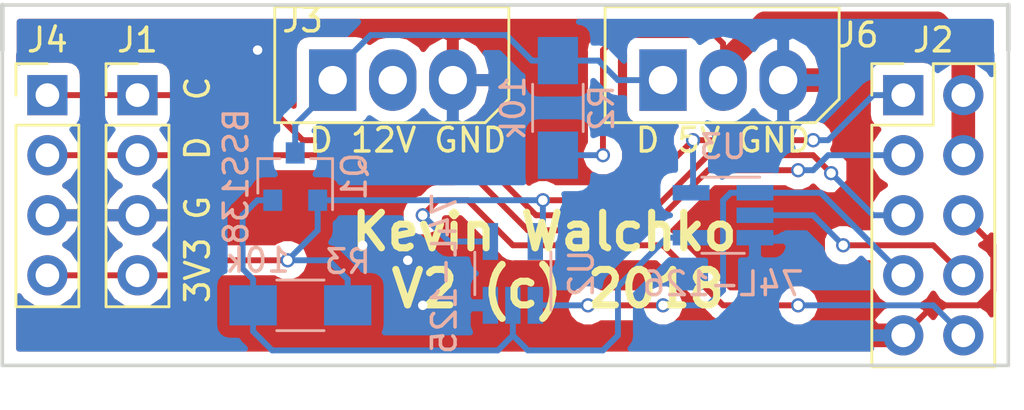
<source format=kicad_pcb>
(kicad_pcb (version 20171130) (host pcbnew "(5.0.1)-4")

  (general
    (thickness 1.6)
    (drawings 10)
    (tracks 138)
    (zones 0)
    (modules 10)
    (nets 11)
  )

  (page USLetter)
  (layers
    (0 F.Cu signal)
    (31 B.Cu signal)
    (32 B.Adhes user)
    (33 F.Adhes user)
    (34 B.Paste user)
    (35 F.Paste user)
    (36 B.SilkS user)
    (37 F.SilkS user)
    (38 B.Mask user)
    (39 F.Mask user)
    (40 Dwgs.User user)
    (41 Cmts.User user)
    (42 Eco1.User user)
    (43 Eco2.User user)
    (44 Edge.Cuts user)
    (45 Margin user)
    (46 B.CrtYd user)
    (47 F.CrtYd user)
    (48 B.Fab user)
    (49 F.Fab user)
  )

  (setup
    (last_trace_width 0.25)
    (user_trace_width 1)
    (user_trace_width 1.6)
    (trace_clearance 0.2)
    (zone_clearance 0.508)
    (zone_45_only no)
    (trace_min 0.2)
    (segment_width 0.2)
    (edge_width 0.15)
    (via_size 0.6)
    (via_drill 0.4)
    (via_min_size 0.4)
    (via_min_drill 0.3)
    (uvia_size 0.3)
    (uvia_drill 0.1)
    (uvias_allowed no)
    (uvia_min_size 0.2)
    (uvia_min_drill 0.1)
    (pcb_text_width 0.3)
    (pcb_text_size 1.5 1.5)
    (mod_edge_width 0.15)
    (mod_text_size 1 1)
    (mod_text_width 0.15)
    (pad_size 1.524 1.524)
    (pad_drill 0.762)
    (pad_to_mask_clearance 0.2)
    (solder_mask_min_width 0.25)
    (aux_axis_origin 0 0)
    (visible_elements 7FFFFFFF)
    (pcbplotparams
      (layerselection 0x010f0_ffffffff)
      (usegerberextensions false)
      (usegerberattributes false)
      (usegerberadvancedattributes false)
      (creategerberjobfile false)
      (excludeedgelayer true)
      (linewidth 0.100000)
      (plotframeref false)
      (viasonmask false)
      (mode 1)
      (useauxorigin false)
      (hpglpennumber 1)
      (hpglpenspeed 20)
      (hpglpendiameter 15.000000)
      (psnegative false)
      (psa4output false)
      (plotreference true)
      (plotvalue true)
      (plotinvisibletext false)
      (padsonsilk false)
      (subtractmaskfromsilk false)
      (outputformat 1)
      (mirror false)
      (drillshape 0)
      (scaleselection 1)
      (outputdirectory "gerber/"))
  )

  (net 0 "")
  (net 1 GND)
  (net 2 +5V)
  (net 3 +3V3)
  (net 4 RXI)
  (net 5 TXO)
  (net 6 DATA)
  (net 7 DTR)
  (net 8 "Net-(Q1-Pad2)")
  (net 9 SDA)
  (net 10 SCL)

  (net_class Default "This is the default net class."
    (clearance 0.2)
    (trace_width 0.25)
    (via_dia 0.6)
    (via_drill 0.4)
    (uvia_dia 0.3)
    (uvia_drill 0.1)
    (add_net +3V3)
    (add_net +5V)
    (add_net DATA)
    (add_net DTR)
    (add_net GND)
    (add_net "Net-(Q1-Pad2)")
    (add_net RXI)
    (add_net SCL)
    (add_net SDA)
    (add_net TXO)
  )

  (net_class large ""
    (clearance 0.2)
    (trace_width 0.6)
    (via_dia 0.6)
    (via_drill 0.4)
    (uvia_dia 0.3)
    (uvia_drill 0.1)
  )

  (module Connectors_Molex:Molex_SPOX-5267_22-03-5035_03x2.54mm_Straight (layer F.Cu) (tedit 5B899E3F) (tstamp 5B858B72)
    (at 160.02 59.055)
    (descr "Connector Headers with Friction Lock, 22-03-5035, http://www.molex.com/pdm_docs/ps/PS-5264-001-001.pdf")
    (tags "connector molex SPOX 5267 22-03-5035")
    (path /5B844EA8)
    (fp_text reference J6 (at 8.255 -1.905) (layer F.SilkS)
      (effects (font (size 1 1) (thickness 0.15)))
    )
    (fp_text value 5V/Data (at 2.54 3.175) (layer F.Fab)
      (effects (font (size 1 1) (thickness 0.15)))
    )
    (fp_line (start 6.45 1.8) (end 7.45 0.8) (layer F.SilkS) (width 0.12))
    (fp_line (start -2.45 -3.1) (end -2.45 1.8) (layer F.SilkS) (width 0.12))
    (fp_line (start -2.45 1.8) (end 6.45 1.8) (layer F.SilkS) (width 0.12))
    (fp_line (start 7.45 0.8) (end 7.45 -3.1) (layer F.SilkS) (width 0.12))
    (fp_line (start 7.45 -3.1) (end -2.45 -3.1) (layer F.SilkS) (width 0.12))
    (fp_line (start -2.5 1.85) (end -2.5 -3.15) (layer F.CrtYd) (width 0.05))
    (fp_line (start -2.5 -3.15) (end 7.5 -3.15) (layer F.CrtYd) (width 0.05))
    (fp_line (start 7.5 -3.15) (end 7.5 1.85) (layer F.CrtYd) (width 0.05))
    (fp_line (start 7.5 1.85) (end -2.5 1.85) (layer F.CrtYd) (width 0.05))
    (fp_line (start 7.35 -3) (end -2.35 -3) (layer F.Fab) (width 0.1))
    (fp_line (start 7.35 0.7) (end 7.35 -3) (layer F.Fab) (width 0.1))
    (fp_line (start 6.35 1.7) (end 7.35 0.7) (layer F.Fab) (width 0.1))
    (fp_line (start -2.35 1.7) (end 6.35 1.7) (layer F.Fab) (width 0.1))
    (fp_line (start -2.35 -3) (end -2.35 1.7) (layer F.Fab) (width 0.1))
    (pad 1 thru_hole rect (at 0 0) (size 2 2.6) (drill 1.2) (layers *.Cu *.Mask)
      (net 6 DATA))
    (pad 2 thru_hole oval (at 2.54 0) (size 2 2.6) (drill 1.2) (layers *.Cu *.Mask)
      (net 2 +5V))
    (pad 3 thru_hole oval (at 5.08 0) (size 2 2.6) (drill 1.2) (layers *.Cu *.Mask)
      (net 1 GND))
    (model ${KISYS3DMOD}/Connectors_Molex.3dshapes/Molex_SPOX-5267_22-03-5035_03x2.54mm_Straight.wrl
      (offset (xyz 2.539999961853027 0.5999987909889222 2.899994156446457))
      (scale (xyz 1 1 1))
      (rotate (xyz -90 0 180))
    )
  )

  (module Pin_Headers:Pin_Header_Straight_2x05_Pitch2.54mm (layer F.Cu) (tedit 59650532) (tstamp 5BFA99F2)
    (at 170.18 59.69)
    (descr "Through hole straight pin header, 2x05, 2.54mm pitch, double rows")
    (tags "Through hole pin header THT 2x05 2.54mm double row")
    (path /5BFB75E1)
    (fp_text reference J2 (at 1.27 -2.33) (layer F.SilkS)
      (effects (font (size 1 1) (thickness 0.15)))
    )
    (fp_text value "Pi Header" (at 1.27 12.49) (layer F.Fab)
      (effects (font (size 1 1) (thickness 0.15)))
    )
    (fp_text user %R (at 1.27 5.08 90) (layer F.Fab)
      (effects (font (size 1 1) (thickness 0.15)))
    )
    (fp_line (start 4.35 -1.8) (end -1.8 -1.8) (layer F.CrtYd) (width 0.05))
    (fp_line (start 4.35 11.95) (end 4.35 -1.8) (layer F.CrtYd) (width 0.05))
    (fp_line (start -1.8 11.95) (end 4.35 11.95) (layer F.CrtYd) (width 0.05))
    (fp_line (start -1.8 -1.8) (end -1.8 11.95) (layer F.CrtYd) (width 0.05))
    (fp_line (start -1.33 -1.33) (end 0 -1.33) (layer F.SilkS) (width 0.12))
    (fp_line (start -1.33 0) (end -1.33 -1.33) (layer F.SilkS) (width 0.12))
    (fp_line (start 1.27 -1.33) (end 3.87 -1.33) (layer F.SilkS) (width 0.12))
    (fp_line (start 1.27 1.27) (end 1.27 -1.33) (layer F.SilkS) (width 0.12))
    (fp_line (start -1.33 1.27) (end 1.27 1.27) (layer F.SilkS) (width 0.12))
    (fp_line (start 3.87 -1.33) (end 3.87 11.49) (layer F.SilkS) (width 0.12))
    (fp_line (start -1.33 1.27) (end -1.33 11.49) (layer F.SilkS) (width 0.12))
    (fp_line (start -1.33 11.49) (end 3.87 11.49) (layer F.SilkS) (width 0.12))
    (fp_line (start -1.27 0) (end 0 -1.27) (layer F.Fab) (width 0.1))
    (fp_line (start -1.27 11.43) (end -1.27 0) (layer F.Fab) (width 0.1))
    (fp_line (start 3.81 11.43) (end -1.27 11.43) (layer F.Fab) (width 0.1))
    (fp_line (start 3.81 -1.27) (end 3.81 11.43) (layer F.Fab) (width 0.1))
    (fp_line (start 0 -1.27) (end 3.81 -1.27) (layer F.Fab) (width 0.1))
    (pad 10 thru_hole oval (at 2.54 10.16) (size 1.7 1.7) (drill 1) (layers *.Cu *.Mask)
      (net 4 RXI))
    (pad 9 thru_hole oval (at 0 10.16) (size 1.7 1.7) (drill 1) (layers *.Cu *.Mask)
      (net 1 GND))
    (pad 8 thru_hole oval (at 2.54 7.62) (size 1.7 1.7) (drill 1) (layers *.Cu *.Mask)
      (net 5 TXO))
    (pad 7 thru_hole oval (at 0 7.62) (size 1.7 1.7) (drill 1) (layers *.Cu *.Mask)
      (net 7 DTR))
    (pad 6 thru_hole oval (at 2.54 5.08) (size 1.7 1.7) (drill 1) (layers *.Cu *.Mask)
      (net 1 GND))
    (pad 5 thru_hole oval (at 0 5.08) (size 1.7 1.7) (drill 1) (layers *.Cu *.Mask)
      (net 10 SCL))
    (pad 4 thru_hole oval (at 2.54 2.54) (size 1.7 1.7) (drill 1) (layers *.Cu *.Mask)
      (net 2 +5V))
    (pad 3 thru_hole oval (at 0 2.54) (size 1.7 1.7) (drill 1) (layers *.Cu *.Mask)
      (net 9 SDA))
    (pad 2 thru_hole oval (at 2.54 0) (size 1.7 1.7) (drill 1) (layers *.Cu *.Mask)
      (net 2 +5V))
    (pad 1 thru_hole rect (at 0 0) (size 1.7 1.7) (drill 1) (layers *.Cu *.Mask)
      (net 3 +3V3))
    (model ${KISYS3DMOD}/Pin_Headers.3dshapes/Pin_Header_Straight_2x05_Pitch2.54mm.wrl
      (at (xyz 0 0 0))
      (scale (xyz 1 1 1))
      (rotate (xyz 0 0 0))
    )
  )

  (module Resistors_SMD:R_1206_HandSoldering placed (layer B.Cu) (tedit 5AAD459E) (tstamp 5A83C863)
    (at 155.575 60.23 90)
    (descr "Resistor SMD 1206, hand soldering")
    (tags "resistor 1206")
    (path /5AA2CFFB)
    (attr smd)
    (fp_text reference R2 (at 0 1.85 90) (layer B.SilkS)
      (effects (font (size 1 1) (thickness 0.15)) (justify mirror))
    )
    (fp_text value 10k (at 0 -1.9 90) (layer B.SilkS)
      (effects (font (size 1 1) (thickness 0.15)) (justify mirror))
    )
    (fp_text user %R (at 0 0 90) (layer B.Fab)
      (effects (font (size 0.7 0.7) (thickness 0.105)) (justify mirror))
    )
    (fp_line (start -1.6 -0.8) (end -1.6 0.8) (layer B.Fab) (width 0.1))
    (fp_line (start 1.6 -0.8) (end -1.6 -0.8) (layer B.Fab) (width 0.1))
    (fp_line (start 1.6 0.8) (end 1.6 -0.8) (layer B.Fab) (width 0.1))
    (fp_line (start -1.6 0.8) (end 1.6 0.8) (layer B.Fab) (width 0.1))
    (fp_line (start 1 -1.07) (end -1 -1.07) (layer B.SilkS) (width 0.12))
    (fp_line (start -1 1.07) (end 1 1.07) (layer B.SilkS) (width 0.12))
    (fp_line (start -3.25 1.11) (end 3.25 1.11) (layer B.CrtYd) (width 0.05))
    (fp_line (start -3.25 1.11) (end -3.25 -1.1) (layer B.CrtYd) (width 0.05))
    (fp_line (start 3.25 -1.1) (end 3.25 1.11) (layer B.CrtYd) (width 0.05))
    (fp_line (start 3.25 -1.1) (end -3.25 -1.1) (layer B.CrtYd) (width 0.05))
    (pad 1 smd rect (at -2 0 90) (size 2 1.7) (layers B.Cu B.Paste B.Mask)
      (net 2 +5V))
    (pad 2 smd rect (at 2 0 90) (size 2 1.7) (layers B.Cu B.Paste B.Mask)
      (net 6 DATA))
    (model ${KISYS3DMOD}/Resistors_SMD.3dshapes/R_1206.wrl
      (at (xyz 0 0 0))
      (scale (xyz 1 1 1))
      (rotate (xyz 0 0 0))
    )
  )

  (module Resistors_SMD:R_1206_HandSoldering placed (layer B.Cu) (tedit 5AAD45AA) (tstamp 5C00265E)
    (at 144.685 68.58 180)
    (descr "Resistor SMD 1206, hand soldering")
    (tags "resistor 1206")
    (path /5AA2CFAD)
    (attr smd)
    (fp_text reference R3 (at -2 1.85 180) (layer B.SilkS)
      (effects (font (size 1 1) (thickness 0.15)) (justify mirror))
    )
    (fp_text value 10k (at 1.81 1.905 180) (layer B.SilkS)
      (effects (font (size 1 1) (thickness 0.15)) (justify mirror))
    )
    (fp_text user %R (at 0 0 180) (layer B.Fab)
      (effects (font (size 0.7 0.7) (thickness 0.105)) (justify mirror))
    )
    (fp_line (start -1.6 -0.8) (end -1.6 0.8) (layer B.Fab) (width 0.1))
    (fp_line (start 1.6 -0.8) (end -1.6 -0.8) (layer B.Fab) (width 0.1))
    (fp_line (start 1.6 0.8) (end 1.6 -0.8) (layer B.Fab) (width 0.1))
    (fp_line (start -1.6 0.8) (end 1.6 0.8) (layer B.Fab) (width 0.1))
    (fp_line (start 1 -1.07) (end -1 -1.07) (layer B.SilkS) (width 0.12))
    (fp_line (start -1 1.07) (end 1 1.07) (layer B.SilkS) (width 0.12))
    (fp_line (start -3.25 1.11) (end 3.25 1.11) (layer B.CrtYd) (width 0.05))
    (fp_line (start -3.25 1.11) (end -3.25 -1.1) (layer B.CrtYd) (width 0.05))
    (fp_line (start 3.25 -1.1) (end 3.25 1.11) (layer B.CrtYd) (width 0.05))
    (fp_line (start 3.25 -1.1) (end -3.25 -1.1) (layer B.CrtYd) (width 0.05))
    (pad 1 smd rect (at -2 0 180) (size 2 1.7) (layers B.Cu B.Paste B.Mask)
      (net 3 +3V3))
    (pad 2 smd rect (at 2 0 180) (size 2 1.7) (layers B.Cu B.Paste B.Mask)
      (net 8 "Net-(Q1-Pad2)"))
    (model ${KISYS3DMOD}/Resistors_SMD.3dshapes/R_1206.wrl
      (at (xyz 0 0 0))
      (scale (xyz 1 1 1))
      (rotate (xyz 0 0 0))
    )
  )

  (module TO_SOT_Packages_SMD:SOT-23 (layer B.Cu) (tedit 5AAD4784) (tstamp 5AA2DD10)
    (at 144.465 63.135 90)
    (descr "SOT-23, Standard")
    (tags SOT-23)
    (path /5AAD3B03)
    (attr smd)
    (fp_text reference Q1 (at 0 2.5 90) (layer B.SilkS)
      (effects (font (size 1 1) (thickness 0.15)) (justify mirror))
    )
    (fp_text value BSS138 (at 0 -2.5 90) (layer B.SilkS)
      (effects (font (size 1 1) (thickness 0.15)) (justify mirror))
    )
    (fp_text user %R (at 0 0) (layer B.Fab)
      (effects (font (size 0.5 0.5) (thickness 0.075)) (justify mirror))
    )
    (fp_line (start -0.7 0.95) (end -0.7 -1.5) (layer B.Fab) (width 0.1))
    (fp_line (start -0.15 1.52) (end 0.7 1.52) (layer B.Fab) (width 0.1))
    (fp_line (start -0.7 0.95) (end -0.15 1.52) (layer B.Fab) (width 0.1))
    (fp_line (start 0.7 1.52) (end 0.7 -1.52) (layer B.Fab) (width 0.1))
    (fp_line (start -0.7 -1.52) (end 0.7 -1.52) (layer B.Fab) (width 0.1))
    (fp_line (start 0.76 -1.58) (end 0.76 -0.65) (layer B.SilkS) (width 0.12))
    (fp_line (start 0.76 1.58) (end 0.76 0.65) (layer B.SilkS) (width 0.12))
    (fp_line (start -1.7 1.75) (end 1.7 1.75) (layer B.CrtYd) (width 0.05))
    (fp_line (start 1.7 1.75) (end 1.7 -1.75) (layer B.CrtYd) (width 0.05))
    (fp_line (start 1.7 -1.75) (end -1.7 -1.75) (layer B.CrtYd) (width 0.05))
    (fp_line (start -1.7 -1.75) (end -1.7 1.75) (layer B.CrtYd) (width 0.05))
    (fp_line (start 0.76 1.58) (end -1.4 1.58) (layer B.SilkS) (width 0.12))
    (fp_line (start 0.76 -1.58) (end -0.7 -1.58) (layer B.SilkS) (width 0.12))
    (pad 1 smd rect (at -1 0.95 90) (size 0.9 0.8) (layers B.Cu B.Paste B.Mask)
      (net 3 +3V3))
    (pad 2 smd rect (at -1 -0.95 90) (size 0.9 0.8) (layers B.Cu B.Paste B.Mask)
      (net 8 "Net-(Q1-Pad2)"))
    (pad 3 smd rect (at 1 0 90) (size 0.9 0.8) (layers B.Cu B.Paste B.Mask)
      (net 6 DATA))
    (model ${KISYS3DMOD}/TO_SOT_Packages_SMD.3dshapes/SOT-23.wrl
      (at (xyz 0 0 0))
      (scale (xyz 1 1 1))
      (rotate (xyz 0 0 0))
    )
  )

  (module TO_SOT_Packages_SMD:SOT-23-5_HandSoldering (layer B.Cu) (tedit 5BFD96F3) (tstamp 5AA2E1E8)
    (at 153.67 67.23 90)
    (descr "5-pin SOT23 package")
    (tags "SOT-23-5 hand-soldering")
    (path /5AA2CD3D)
    (attr smd)
    (fp_text reference U2 (at 0 2.9 90) (layer B.SilkS)
      (effects (font (size 1 1) (thickness 0.15)) (justify mirror))
    )
    (fp_text value 74L-125 (at 0 -2.9 90) (layer B.SilkS)
      (effects (font (size 1 1) (thickness 0.15)) (justify mirror))
    )
    (fp_text user %R (at 0 0) (layer B.Fab)
      (effects (font (size 0.5 0.5) (thickness 0.075)) (justify mirror))
    )
    (fp_line (start -0.9 -1.61) (end 0.9 -1.61) (layer B.SilkS) (width 0.12))
    (fp_line (start 0.9 1.61) (end -1.55 1.61) (layer B.SilkS) (width 0.12))
    (fp_line (start -0.9 0.9) (end -0.25 1.55) (layer B.Fab) (width 0.1))
    (fp_line (start 0.9 1.55) (end -0.25 1.55) (layer B.Fab) (width 0.1))
    (fp_line (start -0.9 0.9) (end -0.9 -1.55) (layer B.Fab) (width 0.1))
    (fp_line (start 0.9 -1.55) (end -0.9 -1.55) (layer B.Fab) (width 0.1))
    (fp_line (start 0.9 1.55) (end 0.9 -1.55) (layer B.Fab) (width 0.1))
    (fp_line (start -2.38 1.8) (end 2.38 1.8) (layer B.CrtYd) (width 0.05))
    (fp_line (start -2.38 1.8) (end -2.38 -1.8) (layer B.CrtYd) (width 0.05))
    (fp_line (start 2.38 -1.8) (end 2.38 1.8) (layer B.CrtYd) (width 0.05))
    (fp_line (start 2.38 -1.8) (end -2.38 -1.8) (layer B.CrtYd) (width 0.05))
    (pad 1 smd rect (at -1.35 0.95 90) (size 1.56 0.65) (layers B.Cu B.Paste B.Mask)
      (net 7 DTR))
    (pad 2 smd rect (at -1.35 0 90) (size 1.56 0.65) (layers B.Cu B.Paste B.Mask)
      (net 8 "Net-(Q1-Pad2)"))
    (pad 3 smd rect (at -1.35 -0.95 90) (size 1.56 0.65) (layers B.Cu B.Paste B.Mask)
      (net 1 GND))
    (pad 4 smd rect (at 1.35 -0.95 90) (size 1.56 0.65) (layers B.Cu B.Paste B.Mask)
      (net 4 RXI))
    (pad 5 smd rect (at 1.35 0.95 90) (size 1.56 0.65) (layers B.Cu B.Paste B.Mask)
      (net 3 +3V3))
    (model ${KISYS3DMOD}/TO_SOT_Packages_SMD.3dshapes\SOT-23-5.wrl
      (at (xyz 0 0 0))
      (scale (xyz 1 1 1))
      (rotate (xyz 0 0 0))
    )
  )

  (module TO_SOT_Packages_SMD:SOT-23-5_HandSoldering (layer B.Cu) (tedit 5BFD96E8) (tstamp 5AA2E1F8)
    (at 162.56 64.77 180)
    (descr "5-pin SOT23 package")
    (tags "SOT-23-5 hand-soldering")
    (path /5AA2CDC6)
    (attr smd)
    (fp_text reference U3 (at 0 2.9 180) (layer B.SilkS)
      (effects (font (size 1 1) (thickness 0.15)) (justify mirror))
    )
    (fp_text value 74L-126 (at 0 -2.9 180) (layer B.SilkS)
      (effects (font (size 1 1) (thickness 0.15)) (justify mirror))
    )
    (fp_text user %R (at 0 0 90) (layer B.Fab)
      (effects (font (size 0.5 0.5) (thickness 0.075)) (justify mirror))
    )
    (fp_line (start -0.9 -1.61) (end 0.9 -1.61) (layer B.SilkS) (width 0.12))
    (fp_line (start 0.9 1.61) (end -1.55 1.61) (layer B.SilkS) (width 0.12))
    (fp_line (start -0.9 0.9) (end -0.25 1.55) (layer B.Fab) (width 0.1))
    (fp_line (start 0.9 1.55) (end -0.25 1.55) (layer B.Fab) (width 0.1))
    (fp_line (start -0.9 0.9) (end -0.9 -1.55) (layer B.Fab) (width 0.1))
    (fp_line (start 0.9 -1.55) (end -0.9 -1.55) (layer B.Fab) (width 0.1))
    (fp_line (start 0.9 1.55) (end 0.9 -1.55) (layer B.Fab) (width 0.1))
    (fp_line (start -2.38 1.8) (end 2.38 1.8) (layer B.CrtYd) (width 0.05))
    (fp_line (start -2.38 1.8) (end -2.38 -1.8) (layer B.CrtYd) (width 0.05))
    (fp_line (start 2.38 -1.8) (end 2.38 1.8) (layer B.CrtYd) (width 0.05))
    (fp_line (start 2.38 -1.8) (end -2.38 -1.8) (layer B.CrtYd) (width 0.05))
    (pad 1 smd rect (at -1.35 0.95 180) (size 1.56 0.65) (layers B.Cu B.Paste B.Mask)
      (net 7 DTR))
    (pad 2 smd rect (at -1.35 0 180) (size 1.56 0.65) (layers B.Cu B.Paste B.Mask)
      (net 5 TXO))
    (pad 3 smd rect (at -1.35 -0.95 180) (size 1.56 0.65) (layers B.Cu B.Paste B.Mask)
      (net 1 GND))
    (pad 4 smd rect (at 1.35 -0.95 180) (size 1.56 0.65) (layers B.Cu B.Paste B.Mask)
      (net 8 "Net-(Q1-Pad2)"))
    (pad 5 smd rect (at 1.35 0.95 180) (size 1.56 0.65) (layers B.Cu B.Paste B.Mask)
      (net 3 +3V3))
    (model ${KISYS3DMOD}/TO_SOT_Packages_SMD.3dshapes\SOT-23-5.wrl
      (at (xyz 0 0 0))
      (scale (xyz 1 1 1))
      (rotate (xyz 0 0 0))
    )
  )

  (module Pin_Headers:Pin_Header_Straight_1x04_Pitch2.54mm (layer F.Cu) (tedit 59650532) (tstamp 5B8893E6)
    (at 133.985 59.69)
    (descr "Through hole straight pin header, 1x04, 2.54mm pitch, single row")
    (tags "Through hole pin header THT 1x04 2.54mm single row")
    (path /5B8893A7)
    (fp_text reference J4 (at 0 -2.33) (layer F.SilkS)
      (effects (font (size 1 1) (thickness 0.15)))
    )
    (fp_text value i2c (at 0 9.95) (layer F.Fab)
      (effects (font (size 1 1) (thickness 0.15)))
    )
    (fp_line (start -0.635 -1.27) (end 1.27 -1.27) (layer F.Fab) (width 0.1))
    (fp_line (start 1.27 -1.27) (end 1.27 8.89) (layer F.Fab) (width 0.1))
    (fp_line (start 1.27 8.89) (end -1.27 8.89) (layer F.Fab) (width 0.1))
    (fp_line (start -1.27 8.89) (end -1.27 -0.635) (layer F.Fab) (width 0.1))
    (fp_line (start -1.27 -0.635) (end -0.635 -1.27) (layer F.Fab) (width 0.1))
    (fp_line (start -1.33 8.95) (end 1.33 8.95) (layer F.SilkS) (width 0.12))
    (fp_line (start -1.33 1.27) (end -1.33 8.95) (layer F.SilkS) (width 0.12))
    (fp_line (start 1.33 1.27) (end 1.33 8.95) (layer F.SilkS) (width 0.12))
    (fp_line (start -1.33 1.27) (end 1.33 1.27) (layer F.SilkS) (width 0.12))
    (fp_line (start -1.33 0) (end -1.33 -1.33) (layer F.SilkS) (width 0.12))
    (fp_line (start -1.33 -1.33) (end 0 -1.33) (layer F.SilkS) (width 0.12))
    (fp_line (start -1.8 -1.8) (end -1.8 9.4) (layer F.CrtYd) (width 0.05))
    (fp_line (start -1.8 9.4) (end 1.8 9.4) (layer F.CrtYd) (width 0.05))
    (fp_line (start 1.8 9.4) (end 1.8 -1.8) (layer F.CrtYd) (width 0.05))
    (fp_line (start 1.8 -1.8) (end -1.8 -1.8) (layer F.CrtYd) (width 0.05))
    (fp_text user %R (at 0 3.81 -270) (layer F.Fab)
      (effects (font (size 1 1) (thickness 0.15)))
    )
    (pad 1 thru_hole rect (at 0 0) (size 1.7 1.7) (drill 1) (layers *.Cu *.Mask)
      (net 10 SCL))
    (pad 2 thru_hole oval (at 0 2.54) (size 1.7 1.7) (drill 1) (layers *.Cu *.Mask)
      (net 9 SDA))
    (pad 3 thru_hole oval (at 0 5.08) (size 1.7 1.7) (drill 1) (layers *.Cu *.Mask)
      (net 1 GND))
    (pad 4 thru_hole oval (at 0 7.62) (size 1.7 1.7) (drill 1) (layers *.Cu *.Mask)
      (net 3 +3V3))
    (model ${KISYS3DMOD}/Pin_Headers.3dshapes/Pin_Header_Straight_1x04_Pitch2.54mm.wrl
      (at (xyz 0 0 0))
      (scale (xyz 1 1 1))
      (rotate (xyz 0 0 0))
    )
  )

  (module Pin_Headers:Pin_Header_Straight_1x04_Pitch2.54mm (layer F.Cu) (tedit 59650532) (tstamp 5BFA92B5)
    (at 137.795 59.69)
    (descr "Through hole straight pin header, 1x04, 2.54mm pitch, single row")
    (tags "Through hole pin header THT 1x04 2.54mm single row")
    (path /5BFA42D0)
    (fp_text reference J1 (at 0 -2.33) (layer F.SilkS)
      (effects (font (size 1 1) (thickness 0.15)))
    )
    (fp_text value i2c (at 0 9.95) (layer F.Fab)
      (effects (font (size 1 1) (thickness 0.15)))
    )
    (fp_text user %R (at 0 3.81 90) (layer F.Fab)
      (effects (font (size 1 1) (thickness 0.15)))
    )
    (fp_line (start 1.8 -1.8) (end -1.8 -1.8) (layer F.CrtYd) (width 0.05))
    (fp_line (start 1.8 9.4) (end 1.8 -1.8) (layer F.CrtYd) (width 0.05))
    (fp_line (start -1.8 9.4) (end 1.8 9.4) (layer F.CrtYd) (width 0.05))
    (fp_line (start -1.8 -1.8) (end -1.8 9.4) (layer F.CrtYd) (width 0.05))
    (fp_line (start -1.33 -1.33) (end 0 -1.33) (layer F.SilkS) (width 0.12))
    (fp_line (start -1.33 0) (end -1.33 -1.33) (layer F.SilkS) (width 0.12))
    (fp_line (start -1.33 1.27) (end 1.33 1.27) (layer F.SilkS) (width 0.12))
    (fp_line (start 1.33 1.27) (end 1.33 8.95) (layer F.SilkS) (width 0.12))
    (fp_line (start -1.33 1.27) (end -1.33 8.95) (layer F.SilkS) (width 0.12))
    (fp_line (start -1.33 8.95) (end 1.33 8.95) (layer F.SilkS) (width 0.12))
    (fp_line (start -1.27 -0.635) (end -0.635 -1.27) (layer F.Fab) (width 0.1))
    (fp_line (start -1.27 8.89) (end -1.27 -0.635) (layer F.Fab) (width 0.1))
    (fp_line (start 1.27 8.89) (end -1.27 8.89) (layer F.Fab) (width 0.1))
    (fp_line (start 1.27 -1.27) (end 1.27 8.89) (layer F.Fab) (width 0.1))
    (fp_line (start -0.635 -1.27) (end 1.27 -1.27) (layer F.Fab) (width 0.1))
    (pad 4 thru_hole oval (at 0 7.62) (size 1.7 1.7) (drill 1) (layers *.Cu *.Mask)
      (net 3 +3V3))
    (pad 3 thru_hole oval (at 0 5.08) (size 1.7 1.7) (drill 1) (layers *.Cu *.Mask)
      (net 1 GND))
    (pad 2 thru_hole oval (at 0 2.54) (size 1.7 1.7) (drill 1) (layers *.Cu *.Mask)
      (net 9 SDA))
    (pad 1 thru_hole rect (at 0 0) (size 1.7 1.7) (drill 1) (layers *.Cu *.Mask)
      (net 10 SCL))
    (model ${KISYS3DMOD}/Pin_Headers.3dshapes/Pin_Header_Straight_1x04_Pitch2.54mm.wrl
      (at (xyz 0 0 0))
      (scale (xyz 1 1 1))
      (rotate (xyz 0 0 0))
    )
  )

  (module Connectors_Molex:Molex_SPOX-5267_22-03-5035_03x2.54mm_Straight (layer F.Cu) (tedit 5BFDA396) (tstamp 5BFDA9E4)
    (at 146.05 59.055)
    (descr "Connector Headers with Friction Lock, 22-03-5035, http://www.molex.com/pdm_docs/ps/PS-5264-001-001.pdf")
    (tags "connector molex SPOX 5267 22-03-5035")
    (path /5BFDAA78)
    (fp_text reference J3 (at -1.27 -2.54) (layer F.SilkS)
      (effects (font (size 1 1) (thickness 0.15)))
    )
    (fp_text value 12V/Data (at 2.54 2.54) (layer F.Fab)
      (effects (font (size 1 1) (thickness 0.15)))
    )
    (fp_line (start -2.35 -3) (end -2.35 1.7) (layer F.Fab) (width 0.1))
    (fp_line (start -2.35 1.7) (end 6.35 1.7) (layer F.Fab) (width 0.1))
    (fp_line (start 6.35 1.7) (end 7.35 0.7) (layer F.Fab) (width 0.1))
    (fp_line (start 7.35 0.7) (end 7.35 -3) (layer F.Fab) (width 0.1))
    (fp_line (start 7.35 -3) (end -2.35 -3) (layer F.Fab) (width 0.1))
    (fp_line (start 7.5 1.85) (end -2.5 1.85) (layer F.CrtYd) (width 0.05))
    (fp_line (start 7.5 -3.15) (end 7.5 1.85) (layer F.CrtYd) (width 0.05))
    (fp_line (start -2.5 -3.15) (end 7.5 -3.15) (layer F.CrtYd) (width 0.05))
    (fp_line (start -2.5 1.85) (end -2.5 -3.15) (layer F.CrtYd) (width 0.05))
    (fp_line (start 7.45 -3.1) (end -2.45 -3.1) (layer F.SilkS) (width 0.12))
    (fp_line (start 7.45 0.8) (end 7.45 -3.1) (layer F.SilkS) (width 0.12))
    (fp_line (start -2.45 1.8) (end 6.45 1.8) (layer F.SilkS) (width 0.12))
    (fp_line (start -2.45 -3.1) (end -2.45 1.8) (layer F.SilkS) (width 0.12))
    (fp_line (start 6.45 1.8) (end 7.45 0.8) (layer F.SilkS) (width 0.12))
    (pad 3 thru_hole oval (at 5.08 0) (size 2 2.6) (drill 1.2) (layers *.Cu *.Mask)
      (net 1 GND))
    (pad 2 thru_hole oval (at 2.54 0) (size 2 2.6) (drill 1.2) (layers *.Cu *.Mask))
    (pad 1 thru_hole rect (at 0 0) (size 2 2.6) (drill 1.2) (layers *.Cu *.Mask)
      (net 6 DATA))
    (model ${KISYS3DMOD}/Connectors_Molex.3dshapes/Molex_SPOX-5267_22-03-5035_03x2.54mm_Straight.wrl
      (offset (xyz 2.539999961853027 0.5999987909889222 2.899994156446457))
      (scale (xyz 1 1 1))
      (rotate (xyz -90 0 180))
    )
  )

  (gr_text "D 12V GND" (at 149.225 61.595) (layer F.SilkS) (tstamp 5BFDAD6A)
    (effects (font (size 1 1) (thickness 0.15)))
  )
  (gr_line (start 132.08 57.785) (end 132.08 55.88) (layer Edge.Cuts) (width 0.2))
  (gr_line (start 174.625 57.785) (end 174.625 55.88) (layer Edge.Cuts) (width 0.2))
  (gr_line (start 132.08 71.12) (end 132.08 57.785) (layer Edge.Cuts) (width 0.15))
  (gr_line (start 174.625 71.12) (end 132.08 71.12) (layer Edge.Cuts) (width 0.15) (tstamp 5BFB9257))
  (gr_line (start 174.625 57.785) (end 174.625 71.12) (layer Edge.Cuts) (width 0.15))
  (gr_line (start 174.625 55.88) (end 132.08 55.88) (layer Edge.Cuts) (width 0.15))
  (gr_text "3V3 G  D  C" (at 140.335 68.58 90) (layer F.SilkS) (tstamp 5BFDAD83)
    (effects (font (size 1 1) (thickness 0.15)) (justify left))
  )
  (gr_text "D 5V GND" (at 162.56 61.595) (layer F.SilkS) (tstamp 5BFDAD66)
    (effects (font (size 1 1) (thickness 0.15)))
  )
  (gr_text "Kevin Walchko \nV2 (c) 2018" (at 155.575 66.675) (layer F.SilkS) (tstamp 5BFA95FA)
    (effects (font (size 1.5 1.5) (thickness 0.3)))
  )

  (segment (start 168.91 69.85) (end 170.18 69.85) (width 1) (layer F.Cu) (net 1))
  (segment (start 167.1 59.055) (end 168.275 60.23) (width 1) (layer F.Cu) (net 1))
  (segment (start 165.1 59.055) (end 167.1 59.055) (width 1) (layer F.Cu) (net 1))
  (segment (start 168.275 63.5) (end 166.37 65.405) (width 1) (layer F.Cu) (net 1))
  (segment (start 166.37 65.405) (end 166.37 67.31) (width 1) (layer F.Cu) (net 1))
  (segment (start 168.275 60.23) (end 168.275 63.5) (width 1) (layer F.Cu) (net 1))
  (segment (start 166.37 67.31) (end 168.91 69.85) (width 1) (layer F.Cu) (net 1))
  (segment (start 173.99 66.04) (end 172.72 64.77) (width 0.25) (layer F.Cu) (net 1))
  (segment (start 173.99 67.945) (end 173.99 66.04) (width 0.25) (layer F.Cu) (net 1))
  (segment (start 173.355 68.58) (end 173.99 67.945) (width 0.25) (layer F.Cu) (net 1))
  (segment (start 170.18 69.85) (end 171.45 68.58) (width 0.25) (layer F.Cu) (net 1))
  (segment (start 171.45 68.58) (end 173.355 68.58) (width 0.25) (layer F.Cu) (net 1))
  (via (at 142.875 57.785) (size 0.6) (drill 0.4) (layers F.Cu B.Cu) (net 1))
  (via (at 149.225 66.675) (size 0.6) (drill 0.4) (layers F.Cu B.Cu) (net 1))
  (via (at 149.86 68.58) (size 0.6) (drill 0.4) (layers F.Cu B.Cu) (net 1))
  (via (at 147.32 66.04) (size 0.6) (drill 0.4) (layers F.Cu B.Cu) (net 1))
  (segment (start 162.56 59.055) (end 162.56 58.42) (width 1) (layer F.Cu) (net 2))
  (segment (start 162.56 58.42) (end 164.32499 56.65501) (width 1) (layer F.Cu) (net 2))
  (segment (start 164.32499 56.65501) (end 171.59001 56.65501) (width 1) (layer F.Cu) (net 2))
  (segment (start 172.72 57.785) (end 172.72 59.69) (width 1) (layer F.Cu) (net 2))
  (segment (start 171.59001 56.65501) (end 172.72 57.785) (width 1) (layer F.Cu) (net 2))
  (segment (start 172.72 59.69) (end 172.72 62.23) (width 1) (layer F.Cu) (net 2))
  (segment (start 162.56 59.055) (end 162.56 58.755) (width 0.25) (layer F.Cu) (net 2))
  (segment (start 162.56 58.755) (end 162.56 57.785) (width 0.25) (layer F.Cu) (net 2))
  (segment (start 162.56 57.505) (end 162.205 57.15) (width 0.25) (layer F.Cu) (net 2))
  (segment (start 162.56 59.055) (end 162.56 57.505) (width 0.25) (layer F.Cu) (net 2))
  (segment (start 162.205 57.15) (end 158.115 57.15) (width 0.25) (layer F.Cu) (net 2))
  (via (at 157.48 62.23) (size 0.6) (drill 0.4) (layers F.Cu B.Cu) (net 2))
  (segment (start 158.115 57.15) (end 157.48 57.785) (width 0.25) (layer F.Cu) (net 2))
  (segment (start 157.48 57.785) (end 157.48 62.23) (width 0.25) (layer F.Cu) (net 2))
  (segment (start 157.48 62.23) (end 155.575 62.23) (width 0.25) (layer B.Cu) (net 2))
  (via (at 161.29 61.595) (size 0.6) (drill 0.4) (layers F.Cu B.Cu) (net 3))
  (segment (start 166.37 61.595) (end 161.29 61.595) (width 0.25) (layer F.Cu) (net 3))
  (segment (start 161.29 63.74) (end 161.21 63.82) (width 0.25) (layer B.Cu) (net 3))
  (segment (start 161.29 61.595) (end 161.29 63.74) (width 0.25) (layer B.Cu) (net 3))
  (via (at 154.94 64.135) (size 0.6) (drill 0.4) (layers F.Cu B.Cu) (net 3))
  (segment (start 161.29 61.595) (end 158.75 64.135) (width 0.25) (layer F.Cu) (net 3))
  (segment (start 158.75 64.135) (end 154.94 64.135) (width 0.25) (layer F.Cu) (net 3))
  (segment (start 154.94 65.56) (end 154.62 65.88) (width 0.25) (layer B.Cu) (net 3))
  (segment (start 154.94 64.135) (end 154.94 65.56) (width 0.25) (layer B.Cu) (net 3))
  (segment (start 154.94 64.135) (end 145.415 64.135) (width 0.25) (layer B.Cu) (net 3))
  (segment (start 145.415 64.135) (end 145.415 65.405) (width 0.25) (layer B.Cu) (net 3))
  (segment (start 145.415 65.405) (end 144.145 66.675) (width 0.25) (layer B.Cu) (net 3))
  (via (at 144.145 66.675) (size 0.6) (drill 0.4) (layers F.Cu B.Cu) (net 3))
  (segment (start 144.145 66.675) (end 140.97 66.675) (width 0.25) (layer F.Cu) (net 3))
  (segment (start 140.335 67.31) (end 137.795 67.31) (width 0.25) (layer F.Cu) (net 3))
  (segment (start 140.97 66.675) (end 140.335 67.31) (width 0.25) (layer F.Cu) (net 3))
  (segment (start 137.795 67.31) (end 133.985 67.31) (width 0.25) (layer F.Cu) (net 3))
  (segment (start 146.685 67.48) (end 146.685 68.58) (width 0.25) (layer B.Cu) (net 3))
  (segment (start 145.88 66.675) (end 146.685 67.48) (width 0.25) (layer B.Cu) (net 3))
  (segment (start 144.145 66.675) (end 145.88 66.675) (width 0.25) (layer B.Cu) (net 3))
  (via (at 166.37 61.595) (size 0.6) (drill 0.4) (layers F.Cu B.Cu) (net 3))
  (via (at 166.37 61.595) (size 0.6) (drill 0.4) (layers F.Cu B.Cu) (net 3))
  (segment (start 166.37 61.595) (end 167.005 61.595) (width 0.25) (layer B.Cu) (net 3))
  (segment (start 168.91 59.69) (end 170.18 59.69) (width 0.25) (layer B.Cu) (net 3))
  (segment (start 167.005 61.595) (end 168.91 59.69) (width 0.25) (layer B.Cu) (net 3))
  (segment (start 162.56 68.58) (end 160.02 66.04) (width 0.25) (layer F.Cu) (net 4))
  (segment (start 160.02 66.04) (end 153.67 66.04) (width 0.25) (layer F.Cu) (net 4))
  (segment (start 153.67 66.04) (end 151.765 64.135) (width 0.25) (layer F.Cu) (net 4))
  (segment (start 151.765 64.135) (end 150.495 64.135) (width 0.25) (layer F.Cu) (net 4))
  (via (at 149.86 64.77) (size 0.6) (drill 0.4) (layers F.Cu B.Cu) (net 4))
  (segment (start 150.495 64.135) (end 149.86 64.77) (width 0.25) (layer F.Cu) (net 4))
  (segment (start 150.97 65.88) (end 152.72 65.88) (width 0.25) (layer B.Cu) (net 4))
  (segment (start 149.86 64.77) (end 150.97 65.88) (width 0.25) (layer B.Cu) (net 4))
  (segment (start 172.72 69.85) (end 171.870001 69.000001) (width 0.25) (layer B.Cu) (net 4))
  (segment (start 171.45 68.58) (end 167.64 68.58) (width 0.25) (layer B.Cu) (net 4))
  (segment (start 171.870001 69.000001) (end 171.45 68.58) (width 0.25) (layer B.Cu) (net 4))
  (via (at 165.735 68.58) (size 0.6) (drill 0.4) (layers F.Cu B.Cu) (net 4))
  (segment (start 167.64 68.58) (end 165.735 68.58) (width 0.25) (layer B.Cu) (net 4))
  (segment (start 165.735 68.58) (end 162.56 68.58) (width 0.25) (layer F.Cu) (net 4))
  (segment (start 172.72 67.31) (end 171.870001 66.460001) (width 0.25) (layer F.Cu) (net 5))
  (via (at 167.64 66.04) (size 0.6) (drill 0.4) (layers F.Cu B.Cu) (net 5))
  (segment (start 171.870001 66.460001) (end 171.45 66.04) (width 0.25) (layer F.Cu) (net 5))
  (segment (start 171.45 66.04) (end 167.64 66.04) (width 0.25) (layer F.Cu) (net 5))
  (segment (start 167.64 66.04) (end 166.37 64.77) (width 0.25) (layer B.Cu) (net 5))
  (segment (start 166.37 64.77) (end 163.91 64.77) (width 0.25) (layer B.Cu) (net 5))
  (segment (start 160.02 59.055) (end 158.115 59.055) (width 0.25) (layer B.Cu) (net 6))
  (segment (start 157.29 58.23) (end 155.575 58.23) (width 0.25) (layer B.Cu) (net 6))
  (segment (start 158.115 59.055) (end 157.29 58.23) (width 0.25) (layer B.Cu) (net 6))
  (segment (start 154.475 58.23) (end 153.395 57.15) (width 0.25) (layer B.Cu) (net 6))
  (segment (start 155.575 58.23) (end 154.475 58.23) (width 0.25) (layer B.Cu) (net 6))
  (segment (start 146.05 58.755) (end 146.05 59.055) (width 0.25) (layer B.Cu) (net 6))
  (segment (start 147.655 57.15) (end 146.05 58.755) (width 0.25) (layer B.Cu) (net 6))
  (segment (start 153.395 57.15) (end 147.655 57.15) (width 0.25) (layer B.Cu) (net 6))
  (segment (start 144.465 61.435) (end 144.465 62.135) (width 0.25) (layer B.Cu) (net 6))
  (segment (start 144.465 60.94) (end 144.465 61.435) (width 0.25) (layer B.Cu) (net 6))
  (segment (start 146.05 59.355) (end 144.465 60.94) (width 0.25) (layer B.Cu) (net 6))
  (segment (start 146.05 59.055) (end 146.05 59.355) (width 0.25) (layer B.Cu) (net 6))
  (segment (start 166.69 63.82) (end 163.91 63.82) (width 0.25) (layer B.Cu) (net 7))
  (segment (start 170.18 67.31) (end 166.69 63.82) (width 0.25) (layer B.Cu) (net 7))
  (segment (start 162.88 63.82) (end 162.56 64.14) (width 0.25) (layer B.Cu) (net 7))
  (segment (start 163.91 63.82) (end 162.88 63.82) (width 0.25) (layer B.Cu) (net 7))
  (segment (start 162.56 64.14) (end 162.56 67.31) (width 0.25) (layer B.Cu) (net 7))
  (segment (start 162.56 67.31) (end 162.56 67.945) (width 0.25) (layer B.Cu) (net 7))
  (via (at 160.02 68.58) (size 0.6) (drill 0.4) (layers F.Cu B.Cu) (net 7))
  (segment (start 162.56 67.945) (end 161.925 68.58) (width 0.25) (layer B.Cu) (net 7))
  (segment (start 161.925 68.58) (end 160.02 68.58) (width 0.25) (layer B.Cu) (net 7))
  (segment (start 160.02 68.58) (end 156.845 68.58) (width 0.25) (layer F.Cu) (net 7))
  (via (at 156.845 68.58) (size 0.6) (drill 0.4) (layers F.Cu B.Cu) (net 7))
  (segment (start 156.845 68.58) (end 154.62 68.58) (width 0.25) (layer B.Cu) (net 7))
  (segment (start 142.685 69.68) (end 143.49 70.485) (width 0.25) (layer B.Cu) (net 8))
  (segment (start 142.685 68.58) (end 142.685 69.68) (width 0.25) (layer B.Cu) (net 8))
  (segment (start 143.49 70.485) (end 153.035 70.485) (width 0.25) (layer B.Cu) (net 8))
  (segment (start 153.67 69.85) (end 153.67 68.58) (width 0.25) (layer B.Cu) (net 8))
  (segment (start 153.035 70.485) (end 153.67 69.85) (width 0.25) (layer B.Cu) (net 8))
  (segment (start 142.865 64.135) (end 143.515 64.135) (width 0.25) (layer B.Cu) (net 8))
  (segment (start 142.24 64.76) (end 142.865 64.135) (width 0.25) (layer B.Cu) (net 8))
  (segment (start 142.24 67.035) (end 142.24 64.76) (width 0.25) (layer B.Cu) (net 8))
  (segment (start 142.685 67.48) (end 142.24 67.035) (width 0.25) (layer B.Cu) (net 8))
  (segment (start 142.685 68.58) (end 142.685 67.48) (width 0.25) (layer B.Cu) (net 8))
  (segment (start 160.18 65.72) (end 158.115 67.785) (width 0.25) (layer B.Cu) (net 8))
  (segment (start 161.21 65.72) (end 160.18 65.72) (width 0.25) (layer B.Cu) (net 8))
  (segment (start 158.115 67.785) (end 158.115 69.85) (width 0.25) (layer B.Cu) (net 8))
  (segment (start 158.115 69.85) (end 157.48 70.485) (width 0.25) (layer B.Cu) (net 8))
  (segment (start 154.305 70.485) (end 153.67 69.85) (width 0.25) (layer B.Cu) (net 8))
  (segment (start 157.48 70.485) (end 154.305 70.485) (width 0.25) (layer B.Cu) (net 8))
  (segment (start 137.795 62.23) (end 133.985 62.23) (width 0.25) (layer F.Cu) (net 9))
  (segment (start 137.795 62.23) (end 151.13 62.23) (width 0.25) (layer F.Cu) (net 9))
  (segment (start 151.13 62.23) (end 154.305 65.405) (width 0.25) (layer F.Cu) (net 9))
  (segment (start 159.38641 65.405) (end 161.92641 62.865) (width 0.25) (layer F.Cu) (net 9))
  (segment (start 154.305 65.405) (end 159.38641 65.405) (width 0.25) (layer F.Cu) (net 9))
  (via (at 165.735 62.865) (size 0.6) (drill 0.4) (layers F.Cu B.Cu) (net 9))
  (segment (start 161.92641 62.865) (end 165.735 62.865) (width 0.25) (layer F.Cu) (net 9))
  (segment (start 165.735 62.865) (end 166.37 62.865) (width 0.25) (layer B.Cu) (net 9))
  (segment (start 167.005 62.23) (end 170.18 62.23) (width 0.25) (layer B.Cu) (net 9))
  (segment (start 166.37 62.865) (end 167.005 62.23) (width 0.25) (layer B.Cu) (net 9))
  (segment (start 166.37 62.23) (end 161.925 62.23) (width 0.25) (layer F.Cu) (net 10))
  (segment (start 161.925 62.23) (end 159.385 64.77) (width 0.25) (layer F.Cu) (net 10))
  (segment (start 154.649998 64.77) (end 151.474998 61.595) (width 0.25) (layer F.Cu) (net 10))
  (segment (start 159.385 64.77) (end 154.649998 64.77) (width 0.25) (layer F.Cu) (net 10))
  (segment (start 151.474998 61.595) (end 144.78 61.595) (width 0.25) (layer F.Cu) (net 10))
  (segment (start 142.875 59.69) (end 137.795 59.69) (width 0.25) (layer F.Cu) (net 10))
  (segment (start 144.78 61.595) (end 142.875 59.69) (width 0.25) (layer F.Cu) (net 10))
  (segment (start 137.795 59.69) (end 133.985 59.69) (width 0.25) (layer F.Cu) (net 10))
  (via (at 167.129442 62.989442) (size 0.6) (drill 0.4) (layers F.Cu B.Cu) (net 10))
  (segment (start 166.37 62.23) (end 167.129442 62.989442) (width 0.25) (layer F.Cu) (net 10))
  (segment (start 168.91 64.77) (end 170.18 64.77) (width 0.25) (layer B.Cu) (net 10))
  (segment (start 167.129442 62.989442) (end 168.91 64.77) (width 0.25) (layer B.Cu) (net 10))

  (zone (net 1) (net_name GND) (layer F.Cu) (tstamp 5C002857) (hatch edge 0.508)
    (connect_pads (clearance 0.508))
    (min_thickness 0.254)
    (fill yes (arc_segments 16) (thermal_gap 0.508) (thermal_bridge_width 0.508))
    (polygon
      (pts
        (xy 132.08 55.88) (xy 174.625 55.88) (xy 174.625 71.12) (xy 132.08 71.12)
      )
    )
    (filled_polygon
      (pts
        (xy 171.585 58.255132) (xy 171.585 58.527647) (xy 171.487809 58.382191) (xy 171.277765 58.241843) (xy 171.03 58.19256)
        (xy 169.33 58.19256) (xy 169.082235 58.241843) (xy 168.872191 58.382191) (xy 168.731843 58.592235) (xy 168.68256 58.84)
        (xy 168.68256 60.54) (xy 168.731843 60.787765) (xy 168.872191 60.997809) (xy 169.082235 61.138157) (xy 169.127619 61.147184)
        (xy 169.109375 61.159375) (xy 168.781161 61.650582) (xy 168.665908 62.23) (xy 168.781161 62.809418) (xy 169.109375 63.300625)
        (xy 169.407761 63.5) (xy 169.109375 63.699375) (xy 168.781161 64.190582) (xy 168.665908 64.77) (xy 168.767353 65.28)
        (xy 168.20229 65.28) (xy 168.169635 65.247345) (xy 167.825983 65.105) (xy 167.454017 65.105) (xy 167.110365 65.247345)
        (xy 166.847345 65.510365) (xy 166.705 65.854017) (xy 166.705 66.225983) (xy 166.847345 66.569635) (xy 167.110365 66.832655)
        (xy 167.454017 66.975) (xy 167.825983 66.975) (xy 168.169635 66.832655) (xy 168.20229 66.8) (xy 168.767353 66.8)
        (xy 168.665908 67.31) (xy 168.781161 67.889418) (xy 169.109375 68.380625) (xy 169.428478 68.593843) (xy 169.298642 68.654817)
        (xy 168.908355 69.083076) (xy 168.738524 69.49311) (xy 168.859845 69.723) (xy 170.053 69.723) (xy 170.053 69.703)
        (xy 170.307 69.703) (xy 170.307 69.723) (xy 170.327 69.723) (xy 170.327 69.977) (xy 170.307 69.977)
        (xy 170.307 69.997) (xy 170.053 69.997) (xy 170.053 69.977) (xy 168.859845 69.977) (xy 168.738524 70.20689)
        (xy 168.82265 70.41) (xy 132.79 70.41) (xy 132.79 68.194485) (xy 132.914375 68.380625) (xy 133.405582 68.708839)
        (xy 133.838744 68.795) (xy 134.131256 68.795) (xy 134.564418 68.708839) (xy 135.055625 68.380625) (xy 135.263178 68.07)
        (xy 136.516822 68.07) (xy 136.724375 68.380625) (xy 137.215582 68.708839) (xy 137.648744 68.795) (xy 137.941256 68.795)
        (xy 138.374418 68.708839) (xy 138.845582 68.394017) (xy 155.91 68.394017) (xy 155.91 68.765983) (xy 156.052345 69.109635)
        (xy 156.315365 69.372655) (xy 156.659017 69.515) (xy 157.030983 69.515) (xy 157.374635 69.372655) (xy 157.40729 69.34)
        (xy 159.45771 69.34) (xy 159.490365 69.372655) (xy 159.834017 69.515) (xy 160.205983 69.515) (xy 160.549635 69.372655)
        (xy 160.812655 69.109635) (xy 160.955 68.765983) (xy 160.955 68.394017) (xy 160.812655 68.050365) (xy 160.549635 67.787345)
        (xy 160.205983 67.645) (xy 159.834017 67.645) (xy 159.490365 67.787345) (xy 159.45771 67.82) (xy 157.40729 67.82)
        (xy 157.374635 67.787345) (xy 157.030983 67.645) (xy 156.659017 67.645) (xy 156.315365 67.787345) (xy 156.052345 68.050365)
        (xy 155.91 68.394017) (xy 138.845582 68.394017) (xy 138.865625 68.380625) (xy 139.073178 68.07) (xy 140.260153 68.07)
        (xy 140.335 68.084888) (xy 140.409847 68.07) (xy 140.409852 68.07) (xy 140.631537 68.025904) (xy 140.882929 67.857929)
        (xy 140.925331 67.79447) (xy 141.284802 67.435) (xy 143.58271 67.435) (xy 143.615365 67.467655) (xy 143.959017 67.61)
        (xy 144.330983 67.61) (xy 144.674635 67.467655) (xy 144.937655 67.204635) (xy 145.08 66.860983) (xy 145.08 66.489017)
        (xy 144.937655 66.145365) (xy 144.674635 65.882345) (xy 144.330983 65.74) (xy 143.959017 65.74) (xy 143.615365 65.882345)
        (xy 143.58271 65.915) (xy 141.044848 65.915) (xy 140.97 65.900112) (xy 140.895152 65.915) (xy 140.895148 65.915)
        (xy 140.673463 65.959096) (xy 140.422071 66.127071) (xy 140.379671 66.190527) (xy 140.020199 66.55) (xy 139.073178 66.55)
        (xy 138.865625 66.239375) (xy 138.546522 66.026157) (xy 138.676358 65.965183) (xy 139.066645 65.536924) (xy 139.236476 65.12689)
        (xy 139.115155 64.897) (xy 137.922 64.897) (xy 137.922 64.917) (xy 137.668 64.917) (xy 137.668 64.897)
        (xy 136.474845 64.897) (xy 136.353524 65.12689) (xy 136.523355 65.536924) (xy 136.913642 65.965183) (xy 137.043478 66.026157)
        (xy 136.724375 66.239375) (xy 136.516822 66.55) (xy 135.263178 66.55) (xy 135.055625 66.239375) (xy 134.736522 66.026157)
        (xy 134.866358 65.965183) (xy 135.256645 65.536924) (xy 135.426476 65.12689) (xy 135.305155 64.897) (xy 134.112 64.897)
        (xy 134.112 64.917) (xy 133.858 64.917) (xy 133.858 64.897) (xy 133.838 64.897) (xy 133.838 64.643)
        (xy 133.858 64.643) (xy 133.858 64.623) (xy 134.112 64.623) (xy 134.112 64.643) (xy 135.305155 64.643)
        (xy 135.426476 64.41311) (xy 135.256645 64.003076) (xy 134.866358 63.574817) (xy 134.736522 63.513843) (xy 135.055625 63.300625)
        (xy 135.263178 62.99) (xy 136.516822 62.99) (xy 136.724375 63.300625) (xy 137.043478 63.513843) (xy 136.913642 63.574817)
        (xy 136.523355 64.003076) (xy 136.353524 64.41311) (xy 136.474845 64.643) (xy 137.668 64.643) (xy 137.668 64.623)
        (xy 137.922 64.623) (xy 137.922 64.643) (xy 139.115155 64.643) (xy 139.236476 64.41311) (xy 139.066645 64.003076)
        (xy 138.676358 63.574817) (xy 138.546522 63.513843) (xy 138.865625 63.300625) (xy 139.073178 62.99) (xy 150.815199 62.99)
        (xy 151.200199 63.375) (xy 150.569848 63.375) (xy 150.495 63.360112) (xy 150.420152 63.375) (xy 150.420148 63.375)
        (xy 150.198463 63.419096) (xy 149.947071 63.587071) (xy 149.904671 63.650527) (xy 149.720198 63.835) (xy 149.674017 63.835)
        (xy 149.330365 63.977345) (xy 149.067345 64.240365) (xy 148.925 64.584017) (xy 148.925 64.955983) (xy 149.067345 65.299635)
        (xy 149.330365 65.562655) (xy 149.674017 65.705) (xy 150.045983 65.705) (xy 150.389635 65.562655) (xy 150.652655 65.299635)
        (xy 150.795 64.955983) (xy 150.795 64.909802) (xy 150.809802 64.895) (xy 151.450199 64.895) (xy 153.07967 66.524472)
        (xy 153.122071 66.587929) (xy 153.185527 66.630329) (xy 153.373462 66.755904) (xy 153.421605 66.76548) (xy 153.595148 66.8)
        (xy 153.595152 66.8) (xy 153.67 66.814888) (xy 153.744848 66.8) (xy 159.705199 66.8) (xy 161.969673 69.064476)
        (xy 162.012071 69.127929) (xy 162.075524 69.170327) (xy 162.075526 69.170329) (xy 162.200902 69.254102) (xy 162.263463 69.295904)
        (xy 162.485148 69.34) (xy 162.485152 69.34) (xy 162.559999 69.354888) (xy 162.634846 69.34) (xy 165.17271 69.34)
        (xy 165.205365 69.372655) (xy 165.549017 69.515) (xy 165.920983 69.515) (xy 166.264635 69.372655) (xy 166.527655 69.109635)
        (xy 166.67 68.765983) (xy 166.67 68.394017) (xy 166.527655 68.050365) (xy 166.264635 67.787345) (xy 165.920983 67.645)
        (xy 165.549017 67.645) (xy 165.205365 67.787345) (xy 165.17271 67.82) (xy 162.874803 67.82) (xy 160.610331 65.55553)
        (xy 160.567929 65.492071) (xy 160.451761 65.41445) (xy 162.241213 63.625) (xy 165.17271 63.625) (xy 165.205365 63.657655)
        (xy 165.549017 63.8) (xy 165.920983 63.8) (xy 166.264635 63.657655) (xy 166.37 63.55229) (xy 166.599807 63.782097)
        (xy 166.943459 63.924442) (xy 167.315425 63.924442) (xy 167.659077 63.782097) (xy 167.922097 63.519077) (xy 168.064442 63.175425)
        (xy 168.064442 62.803459) (xy 167.922097 62.459807) (xy 167.659077 62.196787) (xy 167.315425 62.054442) (xy 167.269243 62.054442)
        (xy 167.214433 61.999632) (xy 167.305 61.780983) (xy 167.305 61.409017) (xy 167.162655 61.065365) (xy 166.899635 60.802345)
        (xy 166.555983 60.66) (xy 166.184017 60.66) (xy 165.840365 60.802345) (xy 165.80771 60.835) (xy 165.749339 60.835)
        (xy 166.166317 60.600922) (xy 166.561942 60.09802) (xy 166.735 59.482) (xy 166.735 59.182) (xy 165.227 59.182)
        (xy 165.227 59.202) (xy 164.973 59.202) (xy 164.973 59.182) (xy 164.953 59.182) (xy 164.953 58.928)
        (xy 164.973 58.928) (xy 164.973 58.908) (xy 165.227 58.908) (xy 165.227 58.928) (xy 166.735 58.928)
        (xy 166.735 58.628) (xy 166.561942 58.01198) (xy 166.387322 57.79001) (xy 171.119879 57.79001)
      )
    )
    (filled_polygon
      (pts
        (xy 171.649375 68.380625) (xy 171.947761 68.58) (xy 171.649375 68.779375) (xy 171.448647 69.079786) (xy 171.061358 68.654817)
        (xy 170.931522 68.593843) (xy 171.250625 68.380625) (xy 171.45 68.082239)
      )
    )
    (filled_polygon
      (pts
        (xy 173.915001 68.965517) (xy 173.790625 68.779375) (xy 173.492239 68.58) (xy 173.790625 68.380625) (xy 173.915001 68.194483)
      )
    )
    (filled_polygon
      (pts
        (xy 173.915001 66.425516) (xy 173.790625 66.239375) (xy 173.471522 66.026157) (xy 173.601358 65.965183) (xy 173.915001 65.621025)
      )
    )
    (filled_polygon
      (pts
        (xy 172.847 64.643) (xy 172.867 64.643) (xy 172.867 64.897) (xy 172.847 64.897) (xy 172.847 64.917)
        (xy 172.593 64.917) (xy 172.593 64.897) (xy 172.573 64.897) (xy 172.573 64.643) (xy 172.593 64.643)
        (xy 172.593 64.623) (xy 172.847 64.623)
      )
    )
    (filled_polygon
      (pts
        (xy 157.567071 56.602071) (xy 157.524671 56.665527) (xy 156.99553 57.194669) (xy 156.932071 57.237071) (xy 156.764096 57.488464)
        (xy 156.72 57.710149) (xy 156.72 57.710153) (xy 156.705112 57.785) (xy 156.72 57.859847) (xy 156.720001 61.667709)
        (xy 156.687345 61.700365) (xy 156.545 62.044017) (xy 156.545 62.415983) (xy 156.687345 62.759635) (xy 156.950365 63.022655)
        (xy 157.294017 63.165) (xy 157.665983 63.165) (xy 158.009635 63.022655) (xy 158.272655 62.759635) (xy 158.415 62.415983)
        (xy 158.415 62.044017) (xy 158.272655 61.700365) (xy 158.24 61.66771) (xy 158.24 58.099801) (xy 158.37256 57.967242)
        (xy 158.37256 60.355) (xy 158.421843 60.602765) (xy 158.562191 60.812809) (xy 158.772235 60.953157) (xy 159.02 61.00244)
        (xy 160.56027 61.00244) (xy 160.497345 61.065365) (xy 160.355 61.409017) (xy 160.355 61.455197) (xy 158.435199 63.375)
        (xy 155.50229 63.375) (xy 155.469635 63.342345) (xy 155.125983 63.2) (xy 154.754017 63.2) (xy 154.410365 63.342345)
        (xy 154.353755 63.398955) (xy 152.065329 61.11053) (xy 152.022927 61.047071) (xy 151.771535 60.879096) (xy 151.719298 60.868705)
        (xy 152.196317 60.600922) (xy 152.591942 60.09802) (xy 152.765 59.482) (xy 152.765 59.182) (xy 151.257 59.182)
        (xy 151.257 59.202) (xy 151.003 59.202) (xy 151.003 59.182) (xy 150.983 59.182) (xy 150.983 58.928)
        (xy 151.003 58.928) (xy 151.003 57.284223) (xy 151.257 57.284223) (xy 151.257 58.928) (xy 152.765 58.928)
        (xy 152.765 58.628) (xy 152.591942 58.01198) (xy 152.196317 57.509078) (xy 151.638355 57.195856) (xy 151.510434 57.164876)
        (xy 151.257 57.284223) (xy 151.003 57.284223) (xy 150.749566 57.164876) (xy 150.621645 57.195856) (xy 150.063683 57.509078)
        (xy 149.879952 57.742629) (xy 149.768769 57.576231) (xy 149.227944 57.214864) (xy 148.59 57.087969) (xy 147.952055 57.214864)
        (xy 147.6069 57.445489) (xy 147.507809 57.297191) (xy 147.297765 57.156843) (xy 147.05 57.10756) (xy 145.05 57.10756)
        (xy 144.802235 57.156843) (xy 144.592191 57.297191) (xy 144.451843 57.507235) (xy 144.40256 57.755) (xy 144.40256 60.142758)
        (xy 143.465331 59.20553) (xy 143.422929 59.142071) (xy 143.171537 58.974096) (xy 142.949852 58.93) (xy 142.949847 58.93)
        (xy 142.875 58.915112) (xy 142.800153 58.93) (xy 139.29244 58.93) (xy 139.29244 58.84) (xy 139.243157 58.592235)
        (xy 139.102809 58.382191) (xy 138.892765 58.241843) (xy 138.645 58.19256) (xy 136.945 58.19256) (xy 136.697235 58.241843)
        (xy 136.487191 58.382191) (xy 136.346843 58.592235) (xy 136.29756 58.84) (xy 136.29756 58.93) (xy 135.48244 58.93)
        (xy 135.48244 58.84) (xy 135.433157 58.592235) (xy 135.292809 58.382191) (xy 135.082765 58.241843) (xy 134.835 58.19256)
        (xy 133.135 58.19256) (xy 132.887235 58.241843) (xy 132.79 58.306814) (xy 132.79 57.983071) (xy 132.815 57.857388)
        (xy 132.815 56.59) (xy 157.585137 56.59)
      )
    )
  )
  (zone (net 1) (net_name GND) (layer B.Cu) (tstamp 5C002854) (hatch edge 0.508)
    (connect_pads (clearance 0.508))
    (min_thickness 0.254)
    (fill yes (arc_segments 16) (thermal_gap 0.508) (thermal_bridge_width 0.508))
    (polygon
      (pts
        (xy 132.08 55.88) (xy 174.625 55.88) (xy 174.625 71.12) (xy 132.08 71.12)
      )
    )
    (filled_polygon
      (pts
        (xy 147.107071 56.602071) (xy 147.064671 56.665527) (xy 146.622638 57.10756) (xy 145.05 57.10756) (xy 144.802235 57.156843)
        (xy 144.592191 57.297191) (xy 144.451843 57.507235) (xy 144.40256 57.755) (xy 144.40256 59.927638) (xy 143.98053 60.349669)
        (xy 143.917071 60.392071) (xy 143.749096 60.643464) (xy 143.705 60.865149) (xy 143.705 60.865153) (xy 143.690112 60.94)
        (xy 143.705 61.014847) (xy 143.705 61.161837) (xy 143.607191 61.227191) (xy 143.466843 61.437235) (xy 143.41756 61.685)
        (xy 143.41756 62.585) (xy 143.466843 62.832765) (xy 143.603684 63.03756) (xy 143.115 63.03756) (xy 142.867235 63.086843)
        (xy 142.657191 63.227191) (xy 142.516843 63.437235) (xy 142.513092 63.456094) (xy 142.380526 63.544671) (xy 142.380524 63.544673)
        (xy 142.317071 63.587071) (xy 142.274672 63.650525) (xy 141.755527 64.169672) (xy 141.692072 64.212071) (xy 141.649672 64.275527)
        (xy 141.649671 64.275528) (xy 141.524097 64.463463) (xy 141.465112 64.76) (xy 141.480001 64.834852) (xy 141.48 66.960153)
        (xy 141.465112 67.035) (xy 141.48 67.109847) (xy 141.48 67.109851) (xy 141.48258 67.122823) (xy 141.437235 67.131843)
        (xy 141.227191 67.272191) (xy 141.086843 67.482235) (xy 141.03756 67.73) (xy 141.03756 69.43) (xy 141.086843 69.677765)
        (xy 141.227191 69.887809) (xy 141.437235 70.028157) (xy 141.685 70.07744) (xy 142.036518 70.07744) (xy 142.082688 70.146537)
        (xy 142.137072 70.227929) (xy 142.200528 70.270329) (xy 142.340199 70.41) (xy 132.79 70.41) (xy 132.79 68.194485)
        (xy 132.914375 68.380625) (xy 133.405582 68.708839) (xy 133.838744 68.795) (xy 134.131256 68.795) (xy 134.564418 68.708839)
        (xy 135.055625 68.380625) (xy 135.383839 67.889418) (xy 135.499092 67.31) (xy 136.280908 67.31) (xy 136.396161 67.889418)
        (xy 136.724375 68.380625) (xy 137.215582 68.708839) (xy 137.648744 68.795) (xy 137.941256 68.795) (xy 138.374418 68.708839)
        (xy 138.865625 68.380625) (xy 139.193839 67.889418) (xy 139.309092 67.31) (xy 139.193839 66.730582) (xy 138.865625 66.239375)
        (xy 138.546522 66.026157) (xy 138.676358 65.965183) (xy 139.066645 65.536924) (xy 139.236476 65.12689) (xy 139.115155 64.897)
        (xy 137.922 64.897) (xy 137.922 64.917) (xy 137.668 64.917) (xy 137.668 64.897) (xy 136.474845 64.897)
        (xy 136.353524 65.12689) (xy 136.523355 65.536924) (xy 136.913642 65.965183) (xy 137.043478 66.026157) (xy 136.724375 66.239375)
        (xy 136.396161 66.730582) (xy 136.280908 67.31) (xy 135.499092 67.31) (xy 135.383839 66.730582) (xy 135.055625 66.239375)
        (xy 134.736522 66.026157) (xy 134.866358 65.965183) (xy 135.256645 65.536924) (xy 135.426476 65.12689) (xy 135.305155 64.897)
        (xy 134.112 64.897) (xy 134.112 64.917) (xy 133.858 64.917) (xy 133.858 64.897) (xy 133.838 64.897)
        (xy 133.838 64.643) (xy 133.858 64.643) (xy 133.858 64.623) (xy 134.112 64.623) (xy 134.112 64.643)
        (xy 135.305155 64.643) (xy 135.426476 64.41311) (xy 135.256645 64.003076) (xy 134.866358 63.574817) (xy 134.736522 63.513843)
        (xy 135.055625 63.300625) (xy 135.383839 62.809418) (xy 135.499092 62.23) (xy 136.280908 62.23) (xy 136.396161 62.809418)
        (xy 136.724375 63.300625) (xy 137.043478 63.513843) (xy 136.913642 63.574817) (xy 136.523355 64.003076) (xy 136.353524 64.41311)
        (xy 136.474845 64.643) (xy 137.668 64.643) (xy 137.668 64.623) (xy 137.922 64.623) (xy 137.922 64.643)
        (xy 139.115155 64.643) (xy 139.236476 64.41311) (xy 139.066645 64.003076) (xy 138.676358 63.574817) (xy 138.546522 63.513843)
        (xy 138.865625 63.300625) (xy 139.193839 62.809418) (xy 139.309092 62.23) (xy 139.193839 61.650582) (xy 138.865625 61.159375)
        (xy 138.847381 61.147184) (xy 138.892765 61.138157) (xy 139.102809 60.997809) (xy 139.243157 60.787765) (xy 139.29244 60.54)
        (xy 139.29244 58.84) (xy 139.243157 58.592235) (xy 139.102809 58.382191) (xy 138.892765 58.241843) (xy 138.645 58.19256)
        (xy 136.945 58.19256) (xy 136.697235 58.241843) (xy 136.487191 58.382191) (xy 136.346843 58.592235) (xy 136.29756 58.84)
        (xy 136.29756 60.54) (xy 136.346843 60.787765) (xy 136.487191 60.997809) (xy 136.697235 61.138157) (xy 136.742619 61.147184)
        (xy 136.724375 61.159375) (xy 136.396161 61.650582) (xy 136.280908 62.23) (xy 135.499092 62.23) (xy 135.383839 61.650582)
        (xy 135.055625 61.159375) (xy 135.037381 61.147184) (xy 135.082765 61.138157) (xy 135.292809 60.997809) (xy 135.433157 60.787765)
        (xy 135.48244 60.54) (xy 135.48244 58.84) (xy 135.433157 58.592235) (xy 135.292809 58.382191) (xy 135.082765 58.241843)
        (xy 134.835 58.19256) (xy 133.135 58.19256) (xy 132.887235 58.241843) (xy 132.79 58.306814) (xy 132.79 57.983071)
        (xy 132.815 57.857388) (xy 132.815 56.59) (xy 147.125137 56.59)
      )
    )
    (filled_polygon
      (pts
        (xy 166.705 66.179802) (xy 166.705 66.225983) (xy 166.847345 66.569635) (xy 167.110365 66.832655) (xy 167.454017 66.975)
        (xy 167.825983 66.975) (xy 168.169635 66.832655) (xy 168.398744 66.603546) (xy 168.738791 66.943593) (xy 168.665908 67.31)
        (xy 168.767353 67.82) (xy 166.29729 67.82) (xy 166.264635 67.787345) (xy 165.920983 67.645) (xy 165.549017 67.645)
        (xy 165.205365 67.787345) (xy 164.942345 68.050365) (xy 164.8 68.394017) (xy 164.8 68.765983) (xy 164.942345 69.109635)
        (xy 165.205365 69.372655) (xy 165.549017 69.515) (xy 165.920983 69.515) (xy 166.264635 69.372655) (xy 166.29729 69.34)
        (xy 168.80194 69.34) (xy 168.738524 69.49311) (xy 168.859845 69.723) (xy 170.053 69.723) (xy 170.053 69.703)
        (xy 170.307 69.703) (xy 170.307 69.723) (xy 170.327 69.723) (xy 170.327 69.977) (xy 170.307 69.977)
        (xy 170.307 69.997) (xy 170.053 69.997) (xy 170.053 69.977) (xy 168.859845 69.977) (xy 168.738524 70.20689)
        (xy 168.82265 70.41) (xy 158.644863 70.41) (xy 158.662929 70.397929) (xy 158.830904 70.146537) (xy 158.875 69.924852)
        (xy 158.875 69.924848) (xy 158.889888 69.85) (xy 158.875 69.775152) (xy 158.875 68.099801) (xy 160.306856 66.667945)
        (xy 160.43 66.69244) (xy 161.800001 66.69244) (xy 161.800001 67.235144) (xy 161.8 67.235149) (xy 161.8 67.630198)
        (xy 161.610199 67.82) (xy 160.58229 67.82) (xy 160.549635 67.787345) (xy 160.205983 67.645) (xy 159.834017 67.645)
        (xy 159.490365 67.787345) (xy 159.227345 68.050365) (xy 159.085 68.394017) (xy 159.085 68.765983) (xy 159.227345 69.109635)
        (xy 159.490365 69.372655) (xy 159.834017 69.515) (xy 160.205983 69.515) (xy 160.549635 69.372655) (xy 160.58229 69.34)
        (xy 161.850153 69.34) (xy 161.925 69.354888) (xy 161.999847 69.34) (xy 161.999852 69.34) (xy 162.221537 69.295904)
        (xy 162.472929 69.127929) (xy 162.515331 69.06447) (xy 163.044473 68.535329) (xy 163.107929 68.492929) (xy 163.275904 68.241537)
        (xy 163.32 68.019852) (xy 163.32 68.019848) (xy 163.334888 67.945) (xy 163.32 67.870152) (xy 163.32 66.68)
        (xy 163.62425 66.68) (xy 163.783 66.52125) (xy 163.783 65.847) (xy 164.037 65.847) (xy 164.037 66.52125)
        (xy 164.19575 66.68) (xy 164.816309 66.68) (xy 165.049698 66.583327) (xy 165.228327 66.404699) (xy 165.325 66.17131)
        (xy 165.325 66.00575) (xy 165.16625 65.847) (xy 164.037 65.847) (xy 163.783 65.847) (xy 163.763 65.847)
        (xy 163.763 65.74244) (xy 164.69 65.74244) (xy 164.937765 65.693157) (xy 165.087659 65.593) (xy 165.16625 65.593)
        (xy 165.22925 65.53) (xy 166.055199 65.53)
      )
    )
    (filled_polygon
      (pts
        (xy 148.925 64.955983) (xy 149.067345 65.299635) (xy 149.330365 65.562655) (xy 149.674017 65.705) (xy 149.720199 65.705)
        (xy 150.379671 66.364473) (xy 150.422071 66.427929) (xy 150.673463 66.595904) (xy 150.895148 66.64) (xy 150.895152 66.64)
        (xy 150.969999 66.654888) (xy 151.044846 66.64) (xy 151.74756 66.64) (xy 151.74756 66.66) (xy 151.796843 66.907765)
        (xy 151.937191 67.117809) (xy 152.107648 67.231706) (xy 152.035301 67.261673) (xy 151.856673 67.440302) (xy 151.76 67.673691)
        (xy 151.76 68.29425) (xy 151.91875 68.453) (xy 152.593 68.453) (xy 152.593 68.433) (xy 152.69756 68.433)
        (xy 152.69756 68.727) (xy 152.593 68.727) (xy 152.593 68.707) (xy 151.91875 68.707) (xy 151.76 68.86575)
        (xy 151.76 69.486309) (xy 151.856673 69.719698) (xy 151.861975 69.725) (xy 148.251595 69.725) (xy 148.283157 69.677765)
        (xy 148.33244 69.43) (xy 148.33244 67.73) (xy 148.283157 67.482235) (xy 148.142809 67.272191) (xy 147.932765 67.131843)
        (xy 147.685 67.08256) (xy 147.333483 67.08256) (xy 147.232929 66.932071) (xy 147.169473 66.889671) (xy 146.470331 66.19053)
        (xy 146.427929 66.127071) (xy 146.176537 65.959096) (xy 145.984352 65.920868) (xy 146.130904 65.701537) (xy 146.175 65.479852)
        (xy 146.175 65.479848) (xy 146.189888 65.405001) (xy 146.175 65.330154) (xy 146.175 65.108163) (xy 146.272809 65.042809)
        (xy 146.371573 64.895) (xy 148.925 64.895)
      )
    )
    (filled_polygon
      (pts
        (xy 153.88467 58.714472) (xy 153.927071 58.777929) (xy 153.990527 58.820329) (xy 154.07756 58.878483) (xy 154.07756 59.23)
        (xy 154.126843 59.477765) (xy 154.267191 59.687809) (xy 154.477235 59.828157) (xy 154.725 59.87744) (xy 156.425 59.87744)
        (xy 156.672765 59.828157) (xy 156.882809 59.687809) (xy 157.023157 59.477765) (xy 157.07244 59.23) (xy 157.07244 59.087241)
        (xy 157.524671 59.539473) (xy 157.567071 59.602929) (xy 157.818463 59.770904) (xy 158.040148 59.815) (xy 158.040152 59.815)
        (xy 158.114999 59.829888) (xy 158.189846 59.815) (xy 158.37256 59.815) (xy 158.37256 60.355) (xy 158.421843 60.602765)
        (xy 158.562191 60.812809) (xy 158.772235 60.953157) (xy 159.02 61.00244) (xy 160.56027 61.00244) (xy 160.497345 61.065365)
        (xy 160.355 61.409017) (xy 160.355 61.780983) (xy 160.497345 62.124635) (xy 160.53 62.15729) (xy 160.530001 62.84756)
        (xy 160.43 62.84756) (xy 160.182235 62.896843) (xy 159.972191 63.037191) (xy 159.831843 63.247235) (xy 159.78256 63.495)
        (xy 159.78256 64.145) (xy 159.831843 64.392765) (xy 159.972191 64.602809) (xy 160.182235 64.743157) (xy 160.317185 64.77)
        (xy 160.182235 64.796843) (xy 159.972191 64.937191) (xy 159.934234 64.993997) (xy 159.883463 65.004096) (xy 159.632071 65.172071)
        (xy 159.589671 65.235527) (xy 157.63053 67.194669) (xy 157.567071 67.237071) (xy 157.399096 67.488464) (xy 157.355 67.710149)
        (xy 157.355 67.710153) (xy 157.342309 67.773955) (xy 157.030983 67.645) (xy 156.659017 67.645) (xy 156.315365 67.787345)
        (xy 156.28271 67.82) (xy 155.59244 67.82) (xy 155.59244 67.8) (xy 155.543157 67.552235) (xy 155.402809 67.342191)
        (xy 155.234905 67.23) (xy 155.402809 67.117809) (xy 155.543157 66.907765) (xy 155.59244 66.66) (xy 155.59244 65.951517)
        (xy 155.655904 65.856537) (xy 155.7 65.634852) (xy 155.7 65.634848) (xy 155.714888 65.560001) (xy 155.7 65.485154)
        (xy 155.7 64.69729) (xy 155.732655 64.664635) (xy 155.875 64.320983) (xy 155.875 63.949017) (xy 155.845352 63.87744)
        (xy 156.425 63.87744) (xy 156.672765 63.828157) (xy 156.882809 63.687809) (xy 157.023157 63.477765) (xy 157.07244 63.23)
        (xy 157.07244 63.07322) (xy 157.294017 63.165) (xy 157.665983 63.165) (xy 158.009635 63.022655) (xy 158.272655 62.759635)
        (xy 158.415 62.415983) (xy 158.415 62.044017) (xy 158.272655 61.700365) (xy 158.009635 61.437345) (xy 157.665983 61.295)
        (xy 157.294017 61.295) (xy 157.07244 61.38678) (xy 157.07244 61.23) (xy 157.023157 60.982235) (xy 156.882809 60.772191)
        (xy 156.672765 60.631843) (xy 156.425 60.58256) (xy 154.725 60.58256) (xy 154.477235 60.631843) (xy 154.267191 60.772191)
        (xy 154.126843 60.982235) (xy 154.07756 61.23) (xy 154.07756 63.23) (xy 154.106402 63.375) (xy 146.371573 63.375)
        (xy 146.272809 63.227191) (xy 146.062765 63.086843) (xy 145.815 63.03756) (xy 145.326316 63.03756) (xy 145.463157 62.832765)
        (xy 145.51244 62.585) (xy 145.51244 61.685) (xy 145.463157 61.437235) (xy 145.322809 61.227191) (xy 145.280728 61.199073)
        (xy 145.477362 61.00244) (xy 147.05 61.00244) (xy 147.297765 60.953157) (xy 147.507809 60.812809) (xy 147.6069 60.66451)
        (xy 147.952056 60.895136) (xy 148.59 61.022031) (xy 149.227945 60.895136) (xy 149.768769 60.533769) (xy 149.879952 60.367371)
        (xy 150.063683 60.600922) (xy 150.621645 60.914144) (xy 150.749566 60.945124) (xy 151.003 60.825777) (xy 151.003 59.182)
        (xy 151.257 59.182) (xy 151.257 60.825777) (xy 151.510434 60.945124) (xy 151.638355 60.914144) (xy 152.196317 60.600922)
        (xy 152.591942 60.09802) (xy 152.765 59.482) (xy 152.765 59.182) (xy 151.257 59.182) (xy 151.003 59.182)
        (xy 150.983 59.182) (xy 150.983 58.928) (xy 151.003 58.928) (xy 151.003 58.908) (xy 151.257 58.908)
        (xy 151.257 58.928) (xy 152.765 58.928) (xy 152.765 58.628) (xy 152.591942 58.01198) (xy 152.511716 57.91)
        (xy 153.080199 57.91)
      )
    )
    (filled_polygon
      (pts
        (xy 172.847 64.643) (xy 172.867 64.643) (xy 172.867 64.897) (xy 172.847 64.897) (xy 172.847 64.917)
        (xy 172.593 64.917) (xy 172.593 64.897) (xy 172.573 64.897) (xy 172.573 64.643) (xy 172.593 64.643)
        (xy 172.593 64.623) (xy 172.847 64.623)
      )
    )
    (filled_polygon
      (pts
        (xy 173.89 57.857387) (xy 173.915 57.98307) (xy 173.915 58.805515) (xy 173.790625 58.619375) (xy 173.299418 58.291161)
        (xy 172.866256 58.205) (xy 172.573744 58.205) (xy 172.140582 58.291161) (xy 171.649375 58.619375) (xy 171.637184 58.637619)
        (xy 171.628157 58.592235) (xy 171.487809 58.382191) (xy 171.277765 58.241843) (xy 171.03 58.19256) (xy 169.33 58.19256)
        (xy 169.082235 58.241843) (xy 168.872191 58.382191) (xy 168.731843 58.592235) (xy 168.68256 58.84) (xy 168.68256 58.960352)
        (xy 168.661605 58.96452) (xy 168.613462 58.974096) (xy 168.426418 59.099076) (xy 168.362071 59.142071) (xy 168.319671 59.205527)
        (xy 166.774632 60.750567) (xy 166.555983 60.66) (xy 166.184017 60.66) (xy 165.840365 60.802345) (xy 165.577345 61.065365)
        (xy 165.435 61.409017) (xy 165.435 61.780983) (xy 165.504383 61.948488) (xy 165.205365 62.072345) (xy 164.942345 62.335365)
        (xy 164.8 62.679017) (xy 164.8 62.86944) (xy 164.69 62.84756) (xy 163.13 62.84756) (xy 162.882235 62.896843)
        (xy 162.672191 63.037191) (xy 162.634234 63.093997) (xy 162.583463 63.104096) (xy 162.520586 63.146109) (xy 162.447809 63.037191)
        (xy 162.237765 62.896843) (xy 162.05 62.859495) (xy 162.05 62.15729) (xy 162.082655 62.124635) (xy 162.225 61.780983)
        (xy 162.225 61.409017) (xy 162.082655 61.065365) (xy 161.893034 60.875744) (xy 161.922056 60.895136) (xy 162.56 61.022031)
        (xy 163.197945 60.895136) (xy 163.738769 60.533769) (xy 163.849952 60.367371) (xy 164.033683 60.600922) (xy 164.591645 60.914144)
        (xy 164.719566 60.945124) (xy 164.973 60.825777) (xy 164.973 59.182) (xy 165.227 59.182) (xy 165.227 60.825777)
        (xy 165.480434 60.945124) (xy 165.608355 60.914144) (xy 166.166317 60.600922) (xy 166.561942 60.09802) (xy 166.735 59.482)
        (xy 166.735 59.182) (xy 165.227 59.182) (xy 164.973 59.182) (xy 164.953 59.182) (xy 164.953 58.928)
        (xy 164.973 58.928) (xy 164.973 57.284223) (xy 165.227 57.284223) (xy 165.227 58.928) (xy 166.735 58.928)
        (xy 166.735 58.628) (xy 166.561942 58.01198) (xy 166.166317 57.509078) (xy 165.608355 57.195856) (xy 165.480434 57.164876)
        (xy 165.227 57.284223) (xy 164.973 57.284223) (xy 164.719566 57.164876) (xy 164.591645 57.195856) (xy 164.033683 57.509078)
        (xy 163.849952 57.742629) (xy 163.738769 57.576231) (xy 163.197944 57.214864) (xy 162.56 57.087969) (xy 161.922055 57.214864)
        (xy 161.5769 57.445489) (xy 161.477809 57.297191) (xy 161.267765 57.156843) (xy 161.02 57.10756) (xy 159.02 57.10756)
        (xy 158.772235 57.156843) (xy 158.562191 57.297191) (xy 158.421843 57.507235) (xy 158.37256 57.755) (xy 158.37256 58.237758)
        (xy 157.880331 57.74553) (xy 157.837929 57.682071) (xy 157.586537 57.514096) (xy 157.364852 57.47) (xy 157.364847 57.47)
        (xy 157.29 57.455112) (xy 157.215153 57.47) (xy 157.07244 57.47) (xy 157.07244 57.23) (xy 157.023157 56.982235)
        (xy 156.882809 56.772191) (xy 156.672765 56.631843) (xy 156.462404 56.59) (xy 173.890001 56.59)
      )
    )
  )
)

</source>
